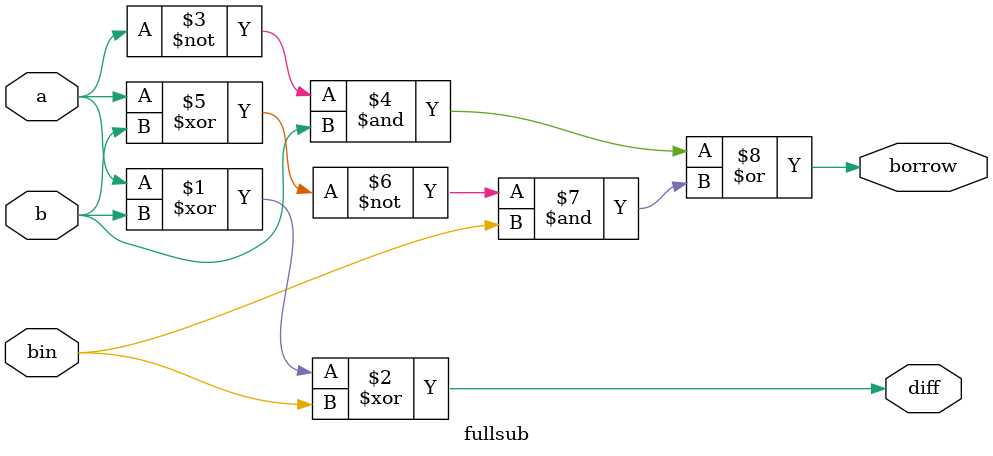
<source format=v>

module fullsub (
    input  wire a, b, bin,       
    output wire diff, borrow     
);

    
    assign diff   = a ^ b ^ bin;                  
    assign borrow = (~a & b) | (~(a ^ b) & bin);  

endmodule


</source>
